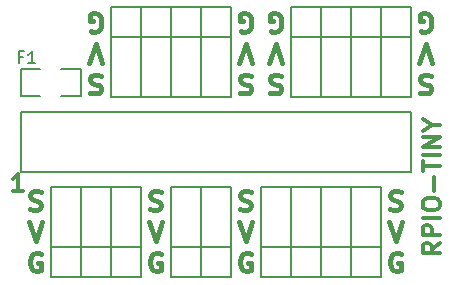
<source format=gto>
G04 (created by PCBNEW (2013-07-07 BZR 4022)-stable) date 11/4/2014 8:47:17 PM*
%MOIN*%
G04 Gerber Fmt 3.4, Leading zero omitted, Abs format*
%FSLAX34Y34*%
G01*
G70*
G90*
G04 APERTURE LIST*
%ADD10C,0.00590551*%
%ADD11C,0.011811*%
%ADD12C,0.015*%
%ADD13C,0.008*%
%ADD14C,0.006*%
%ADD15C,0.005*%
G04 APERTURE END LIST*
G54D10*
G54D11*
X568Y-6639D02*
X231Y-6639D01*
X400Y-6639D02*
X400Y-6048D01*
X343Y-6132D01*
X287Y-6189D01*
X231Y-6217D01*
G54D12*
X3178Y-2776D02*
X3089Y-2747D01*
X2940Y-2747D01*
X2880Y-2776D01*
X2851Y-2806D01*
X2821Y-2866D01*
X2821Y-2925D01*
X2851Y-2985D01*
X2880Y-3014D01*
X2940Y-3044D01*
X3059Y-3074D01*
X3119Y-3104D01*
X3148Y-3133D01*
X3178Y-3193D01*
X3178Y-3252D01*
X3148Y-3312D01*
X3119Y-3342D01*
X3059Y-3372D01*
X2910Y-3372D01*
X2821Y-3342D01*
X3208Y-2347D02*
X3000Y-1722D01*
X2791Y-2347D01*
X2836Y-1292D02*
X2895Y-1322D01*
X2985Y-1322D01*
X3074Y-1292D01*
X3133Y-1232D01*
X3163Y-1173D01*
X3193Y-1054D01*
X3193Y-964D01*
X3163Y-845D01*
X3133Y-786D01*
X3074Y-726D01*
X2985Y-697D01*
X2925Y-697D01*
X2836Y-726D01*
X2806Y-756D01*
X2806Y-964D01*
X2925Y-964D01*
X9178Y-2776D02*
X9089Y-2747D01*
X8940Y-2747D01*
X8880Y-2776D01*
X8851Y-2806D01*
X8821Y-2866D01*
X8821Y-2925D01*
X8851Y-2985D01*
X8880Y-3014D01*
X8940Y-3044D01*
X9059Y-3074D01*
X9119Y-3104D01*
X9148Y-3133D01*
X9178Y-3193D01*
X9178Y-3252D01*
X9148Y-3312D01*
X9119Y-3342D01*
X9059Y-3372D01*
X8910Y-3372D01*
X8821Y-3342D01*
X9208Y-2347D02*
X9000Y-1722D01*
X8791Y-2347D01*
X8836Y-1292D02*
X8895Y-1322D01*
X8985Y-1322D01*
X9074Y-1292D01*
X9133Y-1232D01*
X9163Y-1173D01*
X9193Y-1054D01*
X9193Y-964D01*
X9163Y-845D01*
X9133Y-786D01*
X9074Y-726D01*
X8985Y-697D01*
X8925Y-697D01*
X8836Y-726D01*
X8806Y-756D01*
X8806Y-964D01*
X8925Y-964D01*
X8178Y-2776D02*
X8089Y-2747D01*
X7940Y-2747D01*
X7880Y-2776D01*
X7851Y-2806D01*
X7821Y-2866D01*
X7821Y-2925D01*
X7851Y-2985D01*
X7880Y-3014D01*
X7940Y-3044D01*
X8059Y-3074D01*
X8119Y-3104D01*
X8148Y-3133D01*
X8178Y-3193D01*
X8178Y-3252D01*
X8148Y-3312D01*
X8119Y-3342D01*
X8059Y-3372D01*
X7910Y-3372D01*
X7821Y-3342D01*
X8208Y-2347D02*
X8000Y-1722D01*
X7791Y-2347D01*
X7836Y-1292D02*
X7895Y-1322D01*
X7985Y-1322D01*
X8074Y-1292D01*
X8133Y-1232D01*
X8163Y-1173D01*
X8193Y-1054D01*
X8193Y-964D01*
X8163Y-845D01*
X8133Y-786D01*
X8074Y-726D01*
X7985Y-697D01*
X7925Y-697D01*
X7836Y-726D01*
X7806Y-756D01*
X7806Y-964D01*
X7925Y-964D01*
X821Y-7223D02*
X910Y-7252D01*
X1059Y-7252D01*
X1119Y-7223D01*
X1148Y-7193D01*
X1178Y-7133D01*
X1178Y-7074D01*
X1148Y-7014D01*
X1119Y-6985D01*
X1059Y-6955D01*
X940Y-6925D01*
X880Y-6895D01*
X851Y-6866D01*
X821Y-6806D01*
X821Y-6747D01*
X851Y-6687D01*
X880Y-6657D01*
X940Y-6627D01*
X1089Y-6627D01*
X1178Y-6657D01*
X791Y-7652D02*
X1000Y-8277D01*
X1208Y-7652D01*
X1163Y-8707D02*
X1104Y-8677D01*
X1014Y-8677D01*
X925Y-8707D01*
X866Y-8767D01*
X836Y-8826D01*
X806Y-8945D01*
X806Y-9035D01*
X836Y-9154D01*
X866Y-9213D01*
X925Y-9273D01*
X1014Y-9302D01*
X1074Y-9302D01*
X1163Y-9273D01*
X1193Y-9243D01*
X1193Y-9035D01*
X1074Y-9035D01*
X4821Y-7223D02*
X4910Y-7252D01*
X5059Y-7252D01*
X5119Y-7223D01*
X5148Y-7193D01*
X5178Y-7133D01*
X5178Y-7074D01*
X5148Y-7014D01*
X5119Y-6985D01*
X5059Y-6955D01*
X4940Y-6925D01*
X4880Y-6895D01*
X4851Y-6866D01*
X4821Y-6806D01*
X4821Y-6747D01*
X4851Y-6687D01*
X4880Y-6657D01*
X4940Y-6627D01*
X5089Y-6627D01*
X5178Y-6657D01*
X4791Y-7652D02*
X5000Y-8277D01*
X5208Y-7652D01*
X5163Y-8707D02*
X5104Y-8677D01*
X5014Y-8677D01*
X4925Y-8707D01*
X4866Y-8767D01*
X4836Y-8826D01*
X4806Y-8945D01*
X4806Y-9035D01*
X4836Y-9154D01*
X4866Y-9213D01*
X4925Y-9273D01*
X5014Y-9302D01*
X5074Y-9302D01*
X5163Y-9273D01*
X5193Y-9243D01*
X5193Y-9035D01*
X5074Y-9035D01*
X7821Y-7223D02*
X7910Y-7252D01*
X8059Y-7252D01*
X8119Y-7223D01*
X8148Y-7193D01*
X8178Y-7133D01*
X8178Y-7074D01*
X8148Y-7014D01*
X8119Y-6985D01*
X8059Y-6955D01*
X7940Y-6925D01*
X7880Y-6895D01*
X7851Y-6866D01*
X7821Y-6806D01*
X7821Y-6747D01*
X7851Y-6687D01*
X7880Y-6657D01*
X7940Y-6627D01*
X8089Y-6627D01*
X8178Y-6657D01*
X7791Y-7652D02*
X8000Y-8277D01*
X8208Y-7652D01*
X8163Y-8707D02*
X8104Y-8677D01*
X8014Y-8677D01*
X7925Y-8707D01*
X7866Y-8767D01*
X7836Y-8826D01*
X7806Y-8945D01*
X7806Y-9035D01*
X7836Y-9154D01*
X7866Y-9213D01*
X7925Y-9273D01*
X8014Y-9302D01*
X8074Y-9302D01*
X8163Y-9273D01*
X8193Y-9243D01*
X8193Y-9035D01*
X8074Y-9035D01*
X14178Y-2776D02*
X14089Y-2747D01*
X13940Y-2747D01*
X13880Y-2776D01*
X13851Y-2806D01*
X13821Y-2866D01*
X13821Y-2925D01*
X13851Y-2985D01*
X13880Y-3014D01*
X13940Y-3044D01*
X14059Y-3074D01*
X14119Y-3104D01*
X14148Y-3133D01*
X14178Y-3193D01*
X14178Y-3252D01*
X14148Y-3312D01*
X14119Y-3342D01*
X14059Y-3372D01*
X13910Y-3372D01*
X13821Y-3342D01*
X14208Y-2347D02*
X14000Y-1722D01*
X13791Y-2347D01*
X13836Y-1292D02*
X13895Y-1322D01*
X13985Y-1322D01*
X14074Y-1292D01*
X14133Y-1232D01*
X14163Y-1173D01*
X14193Y-1054D01*
X14193Y-964D01*
X14163Y-845D01*
X14133Y-786D01*
X14074Y-726D01*
X13985Y-697D01*
X13925Y-697D01*
X13836Y-726D01*
X13806Y-756D01*
X13806Y-964D01*
X13925Y-964D01*
G54D11*
X14489Y-8356D02*
X14207Y-8552D01*
X14489Y-8693D02*
X13898Y-8693D01*
X13898Y-8468D01*
X13926Y-8412D01*
X13954Y-8384D01*
X14010Y-8356D01*
X14095Y-8356D01*
X14151Y-8384D01*
X14179Y-8412D01*
X14207Y-8468D01*
X14207Y-8693D01*
X14489Y-8102D02*
X13898Y-8102D01*
X13898Y-7877D01*
X13926Y-7821D01*
X13954Y-7793D01*
X14010Y-7765D01*
X14095Y-7765D01*
X14151Y-7793D01*
X14179Y-7821D01*
X14207Y-7877D01*
X14207Y-8102D01*
X14489Y-7512D02*
X13898Y-7512D01*
X13898Y-7118D02*
X13898Y-7006D01*
X13926Y-6949D01*
X13982Y-6893D01*
X14095Y-6865D01*
X14292Y-6865D01*
X14404Y-6893D01*
X14460Y-6949D01*
X14489Y-7006D01*
X14489Y-7118D01*
X14460Y-7174D01*
X14404Y-7231D01*
X14292Y-7259D01*
X14095Y-7259D01*
X13982Y-7231D01*
X13926Y-7174D01*
X13898Y-7118D01*
X14264Y-6612D02*
X14264Y-6162D01*
X13898Y-5965D02*
X13898Y-5628D01*
X14489Y-5796D02*
X13898Y-5796D01*
X14489Y-5431D02*
X13898Y-5431D01*
X14489Y-5150D02*
X13898Y-5150D01*
X14489Y-4812D01*
X13898Y-4812D01*
X14207Y-4419D02*
X14489Y-4419D01*
X13898Y-4615D02*
X14207Y-4419D01*
X13898Y-4222D01*
G54D12*
X12821Y-7223D02*
X12910Y-7252D01*
X13059Y-7252D01*
X13119Y-7223D01*
X13148Y-7193D01*
X13178Y-7133D01*
X13178Y-7074D01*
X13148Y-7014D01*
X13119Y-6985D01*
X13059Y-6955D01*
X12940Y-6925D01*
X12880Y-6895D01*
X12851Y-6866D01*
X12821Y-6806D01*
X12821Y-6747D01*
X12851Y-6687D01*
X12880Y-6657D01*
X12940Y-6627D01*
X13089Y-6627D01*
X13178Y-6657D01*
X12791Y-7652D02*
X13000Y-8277D01*
X13208Y-7652D01*
X13163Y-8707D02*
X13104Y-8677D01*
X13014Y-8677D01*
X12925Y-8707D01*
X12866Y-8767D01*
X12836Y-8826D01*
X12806Y-8945D01*
X12806Y-9035D01*
X12836Y-9154D01*
X12866Y-9213D01*
X12925Y-9273D01*
X13014Y-9302D01*
X13074Y-9302D01*
X13163Y-9273D01*
X13193Y-9243D01*
X13193Y-9035D01*
X13074Y-9035D01*
G54D13*
X500Y-6000D02*
X13500Y-6000D01*
X13500Y-4000D02*
X500Y-4000D01*
X500Y-4000D02*
X500Y-6000D01*
X13500Y-6000D02*
X13500Y-4000D01*
G54D14*
X4500Y-9500D02*
X3500Y-9500D01*
X3500Y-9500D02*
X3500Y-6500D01*
X3500Y-6500D02*
X4500Y-6500D01*
X4500Y-6500D02*
X4500Y-9500D01*
X3500Y-8500D02*
X4500Y-8500D01*
X7500Y-9500D02*
X6500Y-9500D01*
X6500Y-9500D02*
X6500Y-6500D01*
X6500Y-6500D02*
X7500Y-6500D01*
X7500Y-6500D02*
X7500Y-9500D01*
X6500Y-8500D02*
X7500Y-8500D01*
X10500Y-9500D02*
X9500Y-9500D01*
X9500Y-9500D02*
X9500Y-6500D01*
X9500Y-6500D02*
X10500Y-6500D01*
X10500Y-6500D02*
X10500Y-9500D01*
X9500Y-8500D02*
X10500Y-8500D01*
X12500Y-9500D02*
X11500Y-9500D01*
X11500Y-9500D02*
X11500Y-6500D01*
X11500Y-6500D02*
X12500Y-6500D01*
X12500Y-6500D02*
X12500Y-9500D01*
X11500Y-8500D02*
X12500Y-8500D01*
X9500Y-9500D02*
X8500Y-9500D01*
X8500Y-9500D02*
X8500Y-6500D01*
X8500Y-6500D02*
X9500Y-6500D01*
X9500Y-6500D02*
X9500Y-9500D01*
X8500Y-8500D02*
X9500Y-8500D01*
X11500Y-9500D02*
X10500Y-9500D01*
X10500Y-9500D02*
X10500Y-6500D01*
X10500Y-6500D02*
X11500Y-6500D01*
X11500Y-6500D02*
X11500Y-9500D01*
X10500Y-8500D02*
X11500Y-8500D01*
G54D15*
X2500Y-3450D02*
X2500Y-2550D01*
X2500Y-2550D02*
X1850Y-2550D01*
X1150Y-3450D02*
X500Y-3450D01*
X500Y-3450D02*
X500Y-2550D01*
X500Y-2550D02*
X1150Y-2550D01*
X1850Y-3450D02*
X2500Y-3450D01*
G54D14*
X6500Y-9500D02*
X5500Y-9500D01*
X5500Y-9500D02*
X5500Y-6500D01*
X5500Y-6500D02*
X6500Y-6500D01*
X6500Y-6500D02*
X6500Y-9500D01*
X5500Y-8500D02*
X6500Y-8500D01*
X6500Y-500D02*
X7500Y-500D01*
X7500Y-500D02*
X7500Y-3500D01*
X7500Y-3500D02*
X6500Y-3500D01*
X6500Y-3500D02*
X6500Y-500D01*
X7500Y-1500D02*
X6500Y-1500D01*
X9500Y-500D02*
X10500Y-500D01*
X10500Y-500D02*
X10500Y-3500D01*
X10500Y-3500D02*
X9500Y-3500D01*
X9500Y-3500D02*
X9500Y-500D01*
X10500Y-1500D02*
X9500Y-1500D01*
X10500Y-500D02*
X11500Y-500D01*
X11500Y-500D02*
X11500Y-3500D01*
X11500Y-3500D02*
X10500Y-3500D01*
X10500Y-3500D02*
X10500Y-500D01*
X11500Y-1500D02*
X10500Y-1500D01*
X11500Y-500D02*
X12500Y-500D01*
X12500Y-500D02*
X12500Y-3500D01*
X12500Y-3500D02*
X11500Y-3500D01*
X11500Y-3500D02*
X11500Y-500D01*
X12500Y-1500D02*
X11500Y-1500D01*
X12500Y-500D02*
X13500Y-500D01*
X13500Y-500D02*
X13500Y-3500D01*
X13500Y-3500D02*
X12500Y-3500D01*
X12500Y-3500D02*
X12500Y-500D01*
X13500Y-1500D02*
X12500Y-1500D01*
X3500Y-9500D02*
X2500Y-9500D01*
X2500Y-9500D02*
X2500Y-6500D01*
X2500Y-6500D02*
X3500Y-6500D01*
X3500Y-6500D02*
X3500Y-9500D01*
X2500Y-8500D02*
X3500Y-8500D01*
X4500Y-500D02*
X5500Y-500D01*
X5500Y-500D02*
X5500Y-3500D01*
X5500Y-3500D02*
X4500Y-3500D01*
X4500Y-3500D02*
X4500Y-500D01*
X5500Y-1500D02*
X4500Y-1500D01*
X2500Y-9500D02*
X1500Y-9500D01*
X1500Y-9500D02*
X1500Y-6500D01*
X1500Y-6500D02*
X2500Y-6500D01*
X2500Y-6500D02*
X2500Y-9500D01*
X1500Y-8500D02*
X2500Y-8500D01*
X3500Y-500D02*
X4500Y-500D01*
X4500Y-500D02*
X4500Y-3500D01*
X4500Y-3500D02*
X3500Y-3500D01*
X3500Y-3500D02*
X3500Y-500D01*
X4500Y-1500D02*
X3500Y-1500D01*
X5500Y-500D02*
X6500Y-500D01*
X6500Y-500D02*
X6500Y-3500D01*
X6500Y-3500D02*
X5500Y-3500D01*
X5500Y-3500D02*
X5500Y-500D01*
X6500Y-1500D02*
X5500Y-1500D01*
G54D10*
X568Y-2153D02*
X437Y-2153D01*
X437Y-2359D02*
X437Y-1965D01*
X625Y-1965D01*
X981Y-2359D02*
X756Y-2359D01*
X868Y-2359D02*
X868Y-1965D01*
X831Y-2021D01*
X793Y-2059D01*
X756Y-2078D01*
M02*

</source>
